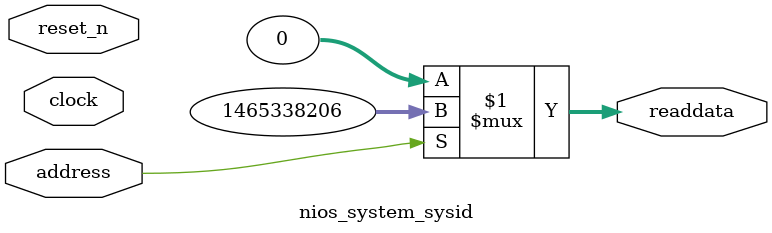
<source format=v>

`timescale 1ns / 1ps
// synthesis translate_on

// turn off superfluous verilog processor warnings 
// altera message_level Level1 
// altera message_off 10034 10035 10036 10037 10230 10240 10030 

module nios_system_sysid (
               // inputs:
                address,
                clock,
                reset_n,

               // outputs:
                readdata
             )
;

  output  [ 31: 0] readdata;
  input            address;
  input            clock;
  input            reset_n;

  wire    [ 31: 0] readdata;
  //control_slave, which is an e_avalon_slave
  assign readdata = address ? 1465338206 : 0;

endmodule




</source>
